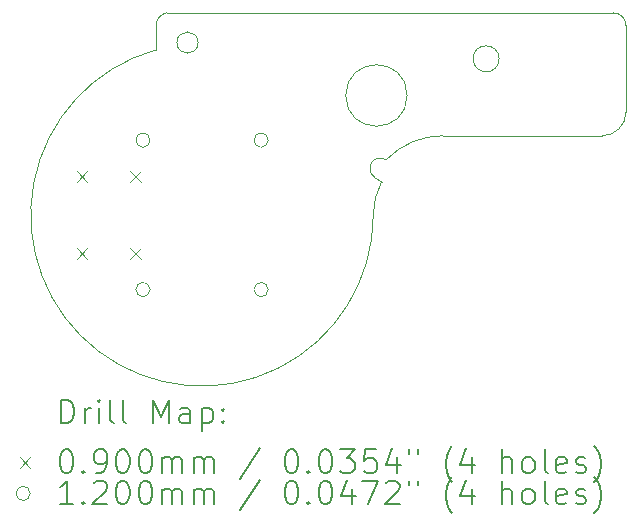
<source format=gbr>
%TF.GenerationSoftware,KiCad,Pcbnew,7.0.6*%
%TF.CreationDate,2023-11-08T16:20:16-08:00*%
%TF.ProjectId,UGC_SubStick,5547435f-5375-4625-9374-69636b2e6b69,rev?*%
%TF.SameCoordinates,Original*%
%TF.FileFunction,Drillmap*%
%TF.FilePolarity,Positive*%
%FSLAX45Y45*%
G04 Gerber Fmt 4.5, Leading zero omitted, Abs format (unit mm)*
G04 Created by KiCad (PCBNEW 7.0.6) date 2023-11-08 16:20:16*
%MOMM*%
%LPD*%
G01*
G04 APERTURE LIST*
%ADD10C,0.100000*%
%ADD11C,0.200000*%
%ADD12C,0.090000*%
%ADD13C,0.120000*%
G04 APERTURE END LIST*
D10*
X24332077Y-13584767D02*
G75*
G03*
X26172077Y-14981334I389973J-1396603D01*
G01*
X24332077Y-13381334D02*
X24332077Y-13584766D01*
X28311303Y-14111358D02*
X28311303Y-13378061D01*
X24688992Y-13523334D02*
G75*
G03*
X24688992Y-13523334I-90000J0D01*
G01*
X28111311Y-14311363D02*
G75*
G03*
X28311303Y-14111358I-11J200003D01*
G01*
X26762070Y-14311411D02*
X28111311Y-14311358D01*
X26242616Y-14701654D02*
G75*
G03*
X26172077Y-14981334I519484J-279756D01*
G01*
X26458993Y-13970834D02*
G75*
G03*
X26458993Y-13970834I-260000J0D01*
G01*
X26281020Y-14515080D02*
G75*
G03*
X26181736Y-14660590I-50030J-72490D01*
G01*
X26242617Y-14701655D02*
X26181736Y-14660590D01*
X24423993Y-13270444D02*
G75*
G03*
X24332077Y-13381334I20927J-110886D01*
G01*
X27237200Y-13660120D02*
G75*
G03*
X27237200Y-13660120I-110000J0D01*
G01*
X26762070Y-14311409D02*
G75*
G03*
X26281021Y-14515079I30J-670001D01*
G01*
X28204865Y-13270734D02*
X24423993Y-13270445D01*
X28311300Y-13378061D02*
G75*
G03*
X28204865Y-13270734I-107330J1D01*
G01*
D11*
D12*
X23662051Y-14611367D02*
X23752051Y-14701367D01*
X23752051Y-14611367D02*
X23662051Y-14701367D01*
X23662051Y-15261367D02*
X23752051Y-15351367D01*
X23752051Y-15261367D02*
X23662051Y-15351367D01*
X24112051Y-14611367D02*
X24202051Y-14701367D01*
X24202051Y-14611367D02*
X24112051Y-14701367D01*
X24112051Y-15261367D02*
X24202051Y-15351367D01*
X24202051Y-15261367D02*
X24112051Y-15351367D01*
D13*
X24282051Y-14348867D02*
G75*
G03*
X24282051Y-14348867I-60000J0D01*
G01*
X24282051Y-15613867D02*
G75*
G03*
X24282051Y-15613867I-60000J0D01*
G01*
X25282051Y-14348867D02*
G75*
G03*
X25282051Y-14348867I-60000J0D01*
G01*
X25282051Y-15613867D02*
G75*
G03*
X25282051Y-15613867I-60000J0D01*
G01*
D11*
X23527799Y-16747881D02*
X23527799Y-16547881D01*
X23527799Y-16547881D02*
X23575418Y-16547881D01*
X23575418Y-16547881D02*
X23603990Y-16557405D01*
X23603990Y-16557405D02*
X23623038Y-16576452D01*
X23623038Y-16576452D02*
X23632561Y-16595500D01*
X23632561Y-16595500D02*
X23642085Y-16633595D01*
X23642085Y-16633595D02*
X23642085Y-16662167D01*
X23642085Y-16662167D02*
X23632561Y-16700262D01*
X23632561Y-16700262D02*
X23623038Y-16719310D01*
X23623038Y-16719310D02*
X23603990Y-16738357D01*
X23603990Y-16738357D02*
X23575418Y-16747881D01*
X23575418Y-16747881D02*
X23527799Y-16747881D01*
X23727799Y-16747881D02*
X23727799Y-16614548D01*
X23727799Y-16652643D02*
X23737323Y-16633595D01*
X23737323Y-16633595D02*
X23746847Y-16624071D01*
X23746847Y-16624071D02*
X23765895Y-16614548D01*
X23765895Y-16614548D02*
X23784942Y-16614548D01*
X23851609Y-16747881D02*
X23851609Y-16614548D01*
X23851609Y-16547881D02*
X23842085Y-16557405D01*
X23842085Y-16557405D02*
X23851609Y-16566929D01*
X23851609Y-16566929D02*
X23861133Y-16557405D01*
X23861133Y-16557405D02*
X23851609Y-16547881D01*
X23851609Y-16547881D02*
X23851609Y-16566929D01*
X23975418Y-16747881D02*
X23956371Y-16738357D01*
X23956371Y-16738357D02*
X23946847Y-16719310D01*
X23946847Y-16719310D02*
X23946847Y-16547881D01*
X24080180Y-16747881D02*
X24061133Y-16738357D01*
X24061133Y-16738357D02*
X24051609Y-16719310D01*
X24051609Y-16719310D02*
X24051609Y-16547881D01*
X24308752Y-16747881D02*
X24308752Y-16547881D01*
X24308752Y-16547881D02*
X24375419Y-16690738D01*
X24375419Y-16690738D02*
X24442085Y-16547881D01*
X24442085Y-16547881D02*
X24442085Y-16747881D01*
X24623038Y-16747881D02*
X24623038Y-16643119D01*
X24623038Y-16643119D02*
X24613514Y-16624071D01*
X24613514Y-16624071D02*
X24594466Y-16614548D01*
X24594466Y-16614548D02*
X24556371Y-16614548D01*
X24556371Y-16614548D02*
X24537323Y-16624071D01*
X24623038Y-16738357D02*
X24603990Y-16747881D01*
X24603990Y-16747881D02*
X24556371Y-16747881D01*
X24556371Y-16747881D02*
X24537323Y-16738357D01*
X24537323Y-16738357D02*
X24527799Y-16719310D01*
X24527799Y-16719310D02*
X24527799Y-16700262D01*
X24527799Y-16700262D02*
X24537323Y-16681214D01*
X24537323Y-16681214D02*
X24556371Y-16671691D01*
X24556371Y-16671691D02*
X24603990Y-16671691D01*
X24603990Y-16671691D02*
X24623038Y-16662167D01*
X24718276Y-16614548D02*
X24718276Y-16814548D01*
X24718276Y-16624071D02*
X24737323Y-16614548D01*
X24737323Y-16614548D02*
X24775419Y-16614548D01*
X24775419Y-16614548D02*
X24794466Y-16624071D01*
X24794466Y-16624071D02*
X24803990Y-16633595D01*
X24803990Y-16633595D02*
X24813514Y-16652643D01*
X24813514Y-16652643D02*
X24813514Y-16709786D01*
X24813514Y-16709786D02*
X24803990Y-16728833D01*
X24803990Y-16728833D02*
X24794466Y-16738357D01*
X24794466Y-16738357D02*
X24775419Y-16747881D01*
X24775419Y-16747881D02*
X24737323Y-16747881D01*
X24737323Y-16747881D02*
X24718276Y-16738357D01*
X24899228Y-16728833D02*
X24908752Y-16738357D01*
X24908752Y-16738357D02*
X24899228Y-16747881D01*
X24899228Y-16747881D02*
X24889704Y-16738357D01*
X24889704Y-16738357D02*
X24899228Y-16728833D01*
X24899228Y-16728833D02*
X24899228Y-16747881D01*
X24899228Y-16624071D02*
X24908752Y-16633595D01*
X24908752Y-16633595D02*
X24899228Y-16643119D01*
X24899228Y-16643119D02*
X24889704Y-16633595D01*
X24889704Y-16633595D02*
X24899228Y-16624071D01*
X24899228Y-16624071D02*
X24899228Y-16643119D01*
D12*
X23177023Y-17031397D02*
X23267023Y-17121397D01*
X23267023Y-17031397D02*
X23177023Y-17121397D01*
D11*
X23565895Y-16967881D02*
X23584942Y-16967881D01*
X23584942Y-16967881D02*
X23603990Y-16977405D01*
X23603990Y-16977405D02*
X23613514Y-16986929D01*
X23613514Y-16986929D02*
X23623038Y-17005976D01*
X23623038Y-17005976D02*
X23632561Y-17044072D01*
X23632561Y-17044072D02*
X23632561Y-17091691D01*
X23632561Y-17091691D02*
X23623038Y-17129786D01*
X23623038Y-17129786D02*
X23613514Y-17148833D01*
X23613514Y-17148833D02*
X23603990Y-17158357D01*
X23603990Y-17158357D02*
X23584942Y-17167881D01*
X23584942Y-17167881D02*
X23565895Y-17167881D01*
X23565895Y-17167881D02*
X23546847Y-17158357D01*
X23546847Y-17158357D02*
X23537323Y-17148833D01*
X23537323Y-17148833D02*
X23527799Y-17129786D01*
X23527799Y-17129786D02*
X23518276Y-17091691D01*
X23518276Y-17091691D02*
X23518276Y-17044072D01*
X23518276Y-17044072D02*
X23527799Y-17005976D01*
X23527799Y-17005976D02*
X23537323Y-16986929D01*
X23537323Y-16986929D02*
X23546847Y-16977405D01*
X23546847Y-16977405D02*
X23565895Y-16967881D01*
X23718276Y-17148833D02*
X23727799Y-17158357D01*
X23727799Y-17158357D02*
X23718276Y-17167881D01*
X23718276Y-17167881D02*
X23708752Y-17158357D01*
X23708752Y-17158357D02*
X23718276Y-17148833D01*
X23718276Y-17148833D02*
X23718276Y-17167881D01*
X23823038Y-17167881D02*
X23861133Y-17167881D01*
X23861133Y-17167881D02*
X23880180Y-17158357D01*
X23880180Y-17158357D02*
X23889704Y-17148833D01*
X23889704Y-17148833D02*
X23908752Y-17120262D01*
X23908752Y-17120262D02*
X23918276Y-17082167D01*
X23918276Y-17082167D02*
X23918276Y-17005976D01*
X23918276Y-17005976D02*
X23908752Y-16986929D01*
X23908752Y-16986929D02*
X23899228Y-16977405D01*
X23899228Y-16977405D02*
X23880180Y-16967881D01*
X23880180Y-16967881D02*
X23842085Y-16967881D01*
X23842085Y-16967881D02*
X23823038Y-16977405D01*
X23823038Y-16977405D02*
X23813514Y-16986929D01*
X23813514Y-16986929D02*
X23803990Y-17005976D01*
X23803990Y-17005976D02*
X23803990Y-17053595D01*
X23803990Y-17053595D02*
X23813514Y-17072643D01*
X23813514Y-17072643D02*
X23823038Y-17082167D01*
X23823038Y-17082167D02*
X23842085Y-17091691D01*
X23842085Y-17091691D02*
X23880180Y-17091691D01*
X23880180Y-17091691D02*
X23899228Y-17082167D01*
X23899228Y-17082167D02*
X23908752Y-17072643D01*
X23908752Y-17072643D02*
X23918276Y-17053595D01*
X24042085Y-16967881D02*
X24061133Y-16967881D01*
X24061133Y-16967881D02*
X24080180Y-16977405D01*
X24080180Y-16977405D02*
X24089704Y-16986929D01*
X24089704Y-16986929D02*
X24099228Y-17005976D01*
X24099228Y-17005976D02*
X24108752Y-17044072D01*
X24108752Y-17044072D02*
X24108752Y-17091691D01*
X24108752Y-17091691D02*
X24099228Y-17129786D01*
X24099228Y-17129786D02*
X24089704Y-17148833D01*
X24089704Y-17148833D02*
X24080180Y-17158357D01*
X24080180Y-17158357D02*
X24061133Y-17167881D01*
X24061133Y-17167881D02*
X24042085Y-17167881D01*
X24042085Y-17167881D02*
X24023038Y-17158357D01*
X24023038Y-17158357D02*
X24013514Y-17148833D01*
X24013514Y-17148833D02*
X24003990Y-17129786D01*
X24003990Y-17129786D02*
X23994466Y-17091691D01*
X23994466Y-17091691D02*
X23994466Y-17044072D01*
X23994466Y-17044072D02*
X24003990Y-17005976D01*
X24003990Y-17005976D02*
X24013514Y-16986929D01*
X24013514Y-16986929D02*
X24023038Y-16977405D01*
X24023038Y-16977405D02*
X24042085Y-16967881D01*
X24232561Y-16967881D02*
X24251609Y-16967881D01*
X24251609Y-16967881D02*
X24270657Y-16977405D01*
X24270657Y-16977405D02*
X24280180Y-16986929D01*
X24280180Y-16986929D02*
X24289704Y-17005976D01*
X24289704Y-17005976D02*
X24299228Y-17044072D01*
X24299228Y-17044072D02*
X24299228Y-17091691D01*
X24299228Y-17091691D02*
X24289704Y-17129786D01*
X24289704Y-17129786D02*
X24280180Y-17148833D01*
X24280180Y-17148833D02*
X24270657Y-17158357D01*
X24270657Y-17158357D02*
X24251609Y-17167881D01*
X24251609Y-17167881D02*
X24232561Y-17167881D01*
X24232561Y-17167881D02*
X24213514Y-17158357D01*
X24213514Y-17158357D02*
X24203990Y-17148833D01*
X24203990Y-17148833D02*
X24194466Y-17129786D01*
X24194466Y-17129786D02*
X24184942Y-17091691D01*
X24184942Y-17091691D02*
X24184942Y-17044072D01*
X24184942Y-17044072D02*
X24194466Y-17005976D01*
X24194466Y-17005976D02*
X24203990Y-16986929D01*
X24203990Y-16986929D02*
X24213514Y-16977405D01*
X24213514Y-16977405D02*
X24232561Y-16967881D01*
X24384942Y-17167881D02*
X24384942Y-17034548D01*
X24384942Y-17053595D02*
X24394466Y-17044072D01*
X24394466Y-17044072D02*
X24413514Y-17034548D01*
X24413514Y-17034548D02*
X24442085Y-17034548D01*
X24442085Y-17034548D02*
X24461133Y-17044072D01*
X24461133Y-17044072D02*
X24470657Y-17063119D01*
X24470657Y-17063119D02*
X24470657Y-17167881D01*
X24470657Y-17063119D02*
X24480180Y-17044072D01*
X24480180Y-17044072D02*
X24499228Y-17034548D01*
X24499228Y-17034548D02*
X24527799Y-17034548D01*
X24527799Y-17034548D02*
X24546847Y-17044072D01*
X24546847Y-17044072D02*
X24556371Y-17063119D01*
X24556371Y-17063119D02*
X24556371Y-17167881D01*
X24651609Y-17167881D02*
X24651609Y-17034548D01*
X24651609Y-17053595D02*
X24661133Y-17044072D01*
X24661133Y-17044072D02*
X24680180Y-17034548D01*
X24680180Y-17034548D02*
X24708752Y-17034548D01*
X24708752Y-17034548D02*
X24727800Y-17044072D01*
X24727800Y-17044072D02*
X24737323Y-17063119D01*
X24737323Y-17063119D02*
X24737323Y-17167881D01*
X24737323Y-17063119D02*
X24746847Y-17044072D01*
X24746847Y-17044072D02*
X24765895Y-17034548D01*
X24765895Y-17034548D02*
X24794466Y-17034548D01*
X24794466Y-17034548D02*
X24813514Y-17044072D01*
X24813514Y-17044072D02*
X24823038Y-17063119D01*
X24823038Y-17063119D02*
X24823038Y-17167881D01*
X25213514Y-16958357D02*
X25042085Y-17215500D01*
X25470657Y-16967881D02*
X25489704Y-16967881D01*
X25489704Y-16967881D02*
X25508752Y-16977405D01*
X25508752Y-16977405D02*
X25518276Y-16986929D01*
X25518276Y-16986929D02*
X25527800Y-17005976D01*
X25527800Y-17005976D02*
X25537323Y-17044072D01*
X25537323Y-17044072D02*
X25537323Y-17091691D01*
X25537323Y-17091691D02*
X25527800Y-17129786D01*
X25527800Y-17129786D02*
X25518276Y-17148833D01*
X25518276Y-17148833D02*
X25508752Y-17158357D01*
X25508752Y-17158357D02*
X25489704Y-17167881D01*
X25489704Y-17167881D02*
X25470657Y-17167881D01*
X25470657Y-17167881D02*
X25451609Y-17158357D01*
X25451609Y-17158357D02*
X25442085Y-17148833D01*
X25442085Y-17148833D02*
X25432562Y-17129786D01*
X25432562Y-17129786D02*
X25423038Y-17091691D01*
X25423038Y-17091691D02*
X25423038Y-17044072D01*
X25423038Y-17044072D02*
X25432562Y-17005976D01*
X25432562Y-17005976D02*
X25442085Y-16986929D01*
X25442085Y-16986929D02*
X25451609Y-16977405D01*
X25451609Y-16977405D02*
X25470657Y-16967881D01*
X25623038Y-17148833D02*
X25632562Y-17158357D01*
X25632562Y-17158357D02*
X25623038Y-17167881D01*
X25623038Y-17167881D02*
X25613514Y-17158357D01*
X25613514Y-17158357D02*
X25623038Y-17148833D01*
X25623038Y-17148833D02*
X25623038Y-17167881D01*
X25756371Y-16967881D02*
X25775419Y-16967881D01*
X25775419Y-16967881D02*
X25794466Y-16977405D01*
X25794466Y-16977405D02*
X25803990Y-16986929D01*
X25803990Y-16986929D02*
X25813514Y-17005976D01*
X25813514Y-17005976D02*
X25823038Y-17044072D01*
X25823038Y-17044072D02*
X25823038Y-17091691D01*
X25823038Y-17091691D02*
X25813514Y-17129786D01*
X25813514Y-17129786D02*
X25803990Y-17148833D01*
X25803990Y-17148833D02*
X25794466Y-17158357D01*
X25794466Y-17158357D02*
X25775419Y-17167881D01*
X25775419Y-17167881D02*
X25756371Y-17167881D01*
X25756371Y-17167881D02*
X25737323Y-17158357D01*
X25737323Y-17158357D02*
X25727800Y-17148833D01*
X25727800Y-17148833D02*
X25718276Y-17129786D01*
X25718276Y-17129786D02*
X25708752Y-17091691D01*
X25708752Y-17091691D02*
X25708752Y-17044072D01*
X25708752Y-17044072D02*
X25718276Y-17005976D01*
X25718276Y-17005976D02*
X25727800Y-16986929D01*
X25727800Y-16986929D02*
X25737323Y-16977405D01*
X25737323Y-16977405D02*
X25756371Y-16967881D01*
X25889704Y-16967881D02*
X26013514Y-16967881D01*
X26013514Y-16967881D02*
X25946847Y-17044072D01*
X25946847Y-17044072D02*
X25975419Y-17044072D01*
X25975419Y-17044072D02*
X25994466Y-17053595D01*
X25994466Y-17053595D02*
X26003990Y-17063119D01*
X26003990Y-17063119D02*
X26013514Y-17082167D01*
X26013514Y-17082167D02*
X26013514Y-17129786D01*
X26013514Y-17129786D02*
X26003990Y-17148833D01*
X26003990Y-17148833D02*
X25994466Y-17158357D01*
X25994466Y-17158357D02*
X25975419Y-17167881D01*
X25975419Y-17167881D02*
X25918276Y-17167881D01*
X25918276Y-17167881D02*
X25899228Y-17158357D01*
X25899228Y-17158357D02*
X25889704Y-17148833D01*
X26194466Y-16967881D02*
X26099228Y-16967881D01*
X26099228Y-16967881D02*
X26089704Y-17063119D01*
X26089704Y-17063119D02*
X26099228Y-17053595D01*
X26099228Y-17053595D02*
X26118276Y-17044072D01*
X26118276Y-17044072D02*
X26165895Y-17044072D01*
X26165895Y-17044072D02*
X26184943Y-17053595D01*
X26184943Y-17053595D02*
X26194466Y-17063119D01*
X26194466Y-17063119D02*
X26203990Y-17082167D01*
X26203990Y-17082167D02*
X26203990Y-17129786D01*
X26203990Y-17129786D02*
X26194466Y-17148833D01*
X26194466Y-17148833D02*
X26184943Y-17158357D01*
X26184943Y-17158357D02*
X26165895Y-17167881D01*
X26165895Y-17167881D02*
X26118276Y-17167881D01*
X26118276Y-17167881D02*
X26099228Y-17158357D01*
X26099228Y-17158357D02*
X26089704Y-17148833D01*
X26375419Y-17034548D02*
X26375419Y-17167881D01*
X26327800Y-16958357D02*
X26280181Y-17101214D01*
X26280181Y-17101214D02*
X26403990Y-17101214D01*
X26470657Y-16967881D02*
X26470657Y-17005976D01*
X26546847Y-16967881D02*
X26546847Y-17005976D01*
X26842086Y-17244072D02*
X26832562Y-17234548D01*
X26832562Y-17234548D02*
X26813514Y-17205976D01*
X26813514Y-17205976D02*
X26803990Y-17186929D01*
X26803990Y-17186929D02*
X26794466Y-17158357D01*
X26794466Y-17158357D02*
X26784943Y-17110738D01*
X26784943Y-17110738D02*
X26784943Y-17072643D01*
X26784943Y-17072643D02*
X26794466Y-17025024D01*
X26794466Y-17025024D02*
X26803990Y-16996453D01*
X26803990Y-16996453D02*
X26813514Y-16977405D01*
X26813514Y-16977405D02*
X26832562Y-16948833D01*
X26832562Y-16948833D02*
X26842086Y-16939310D01*
X27003990Y-17034548D02*
X27003990Y-17167881D01*
X26956371Y-16958357D02*
X26908752Y-17101214D01*
X26908752Y-17101214D02*
X27032562Y-17101214D01*
X27261133Y-17167881D02*
X27261133Y-16967881D01*
X27346847Y-17167881D02*
X27346847Y-17063119D01*
X27346847Y-17063119D02*
X27337324Y-17044072D01*
X27337324Y-17044072D02*
X27318276Y-17034548D01*
X27318276Y-17034548D02*
X27289705Y-17034548D01*
X27289705Y-17034548D02*
X27270657Y-17044072D01*
X27270657Y-17044072D02*
X27261133Y-17053595D01*
X27470657Y-17167881D02*
X27451609Y-17158357D01*
X27451609Y-17158357D02*
X27442086Y-17148833D01*
X27442086Y-17148833D02*
X27432562Y-17129786D01*
X27432562Y-17129786D02*
X27432562Y-17072643D01*
X27432562Y-17072643D02*
X27442086Y-17053595D01*
X27442086Y-17053595D02*
X27451609Y-17044072D01*
X27451609Y-17044072D02*
X27470657Y-17034548D01*
X27470657Y-17034548D02*
X27499228Y-17034548D01*
X27499228Y-17034548D02*
X27518276Y-17044072D01*
X27518276Y-17044072D02*
X27527800Y-17053595D01*
X27527800Y-17053595D02*
X27537324Y-17072643D01*
X27537324Y-17072643D02*
X27537324Y-17129786D01*
X27537324Y-17129786D02*
X27527800Y-17148833D01*
X27527800Y-17148833D02*
X27518276Y-17158357D01*
X27518276Y-17158357D02*
X27499228Y-17167881D01*
X27499228Y-17167881D02*
X27470657Y-17167881D01*
X27651609Y-17167881D02*
X27632562Y-17158357D01*
X27632562Y-17158357D02*
X27623038Y-17139310D01*
X27623038Y-17139310D02*
X27623038Y-16967881D01*
X27803990Y-17158357D02*
X27784943Y-17167881D01*
X27784943Y-17167881D02*
X27746847Y-17167881D01*
X27746847Y-17167881D02*
X27727800Y-17158357D01*
X27727800Y-17158357D02*
X27718276Y-17139310D01*
X27718276Y-17139310D02*
X27718276Y-17063119D01*
X27718276Y-17063119D02*
X27727800Y-17044072D01*
X27727800Y-17044072D02*
X27746847Y-17034548D01*
X27746847Y-17034548D02*
X27784943Y-17034548D01*
X27784943Y-17034548D02*
X27803990Y-17044072D01*
X27803990Y-17044072D02*
X27813514Y-17063119D01*
X27813514Y-17063119D02*
X27813514Y-17082167D01*
X27813514Y-17082167D02*
X27718276Y-17101214D01*
X27889705Y-17158357D02*
X27908752Y-17167881D01*
X27908752Y-17167881D02*
X27946847Y-17167881D01*
X27946847Y-17167881D02*
X27965895Y-17158357D01*
X27965895Y-17158357D02*
X27975419Y-17139310D01*
X27975419Y-17139310D02*
X27975419Y-17129786D01*
X27975419Y-17129786D02*
X27965895Y-17110738D01*
X27965895Y-17110738D02*
X27946847Y-17101214D01*
X27946847Y-17101214D02*
X27918276Y-17101214D01*
X27918276Y-17101214D02*
X27899228Y-17091691D01*
X27899228Y-17091691D02*
X27889705Y-17072643D01*
X27889705Y-17072643D02*
X27889705Y-17063119D01*
X27889705Y-17063119D02*
X27899228Y-17044072D01*
X27899228Y-17044072D02*
X27918276Y-17034548D01*
X27918276Y-17034548D02*
X27946847Y-17034548D01*
X27946847Y-17034548D02*
X27965895Y-17044072D01*
X28042086Y-17244072D02*
X28051609Y-17234548D01*
X28051609Y-17234548D02*
X28070657Y-17205976D01*
X28070657Y-17205976D02*
X28080181Y-17186929D01*
X28080181Y-17186929D02*
X28089705Y-17158357D01*
X28089705Y-17158357D02*
X28099228Y-17110738D01*
X28099228Y-17110738D02*
X28099228Y-17072643D01*
X28099228Y-17072643D02*
X28089705Y-17025024D01*
X28089705Y-17025024D02*
X28080181Y-16996453D01*
X28080181Y-16996453D02*
X28070657Y-16977405D01*
X28070657Y-16977405D02*
X28051609Y-16948833D01*
X28051609Y-16948833D02*
X28042086Y-16939310D01*
D13*
X23267023Y-17340397D02*
G75*
G03*
X23267023Y-17340397I-60000J0D01*
G01*
D11*
X23632561Y-17431881D02*
X23518276Y-17431881D01*
X23575418Y-17431881D02*
X23575418Y-17231881D01*
X23575418Y-17231881D02*
X23556371Y-17260453D01*
X23556371Y-17260453D02*
X23537323Y-17279500D01*
X23537323Y-17279500D02*
X23518276Y-17289024D01*
X23718276Y-17412833D02*
X23727799Y-17422357D01*
X23727799Y-17422357D02*
X23718276Y-17431881D01*
X23718276Y-17431881D02*
X23708752Y-17422357D01*
X23708752Y-17422357D02*
X23718276Y-17412833D01*
X23718276Y-17412833D02*
X23718276Y-17431881D01*
X23803990Y-17250929D02*
X23813514Y-17241405D01*
X23813514Y-17241405D02*
X23832561Y-17231881D01*
X23832561Y-17231881D02*
X23880180Y-17231881D01*
X23880180Y-17231881D02*
X23899228Y-17241405D01*
X23899228Y-17241405D02*
X23908752Y-17250929D01*
X23908752Y-17250929D02*
X23918276Y-17269976D01*
X23918276Y-17269976D02*
X23918276Y-17289024D01*
X23918276Y-17289024D02*
X23908752Y-17317595D01*
X23908752Y-17317595D02*
X23794466Y-17431881D01*
X23794466Y-17431881D02*
X23918276Y-17431881D01*
X24042085Y-17231881D02*
X24061133Y-17231881D01*
X24061133Y-17231881D02*
X24080180Y-17241405D01*
X24080180Y-17241405D02*
X24089704Y-17250929D01*
X24089704Y-17250929D02*
X24099228Y-17269976D01*
X24099228Y-17269976D02*
X24108752Y-17308072D01*
X24108752Y-17308072D02*
X24108752Y-17355691D01*
X24108752Y-17355691D02*
X24099228Y-17393786D01*
X24099228Y-17393786D02*
X24089704Y-17412833D01*
X24089704Y-17412833D02*
X24080180Y-17422357D01*
X24080180Y-17422357D02*
X24061133Y-17431881D01*
X24061133Y-17431881D02*
X24042085Y-17431881D01*
X24042085Y-17431881D02*
X24023038Y-17422357D01*
X24023038Y-17422357D02*
X24013514Y-17412833D01*
X24013514Y-17412833D02*
X24003990Y-17393786D01*
X24003990Y-17393786D02*
X23994466Y-17355691D01*
X23994466Y-17355691D02*
X23994466Y-17308072D01*
X23994466Y-17308072D02*
X24003990Y-17269976D01*
X24003990Y-17269976D02*
X24013514Y-17250929D01*
X24013514Y-17250929D02*
X24023038Y-17241405D01*
X24023038Y-17241405D02*
X24042085Y-17231881D01*
X24232561Y-17231881D02*
X24251609Y-17231881D01*
X24251609Y-17231881D02*
X24270657Y-17241405D01*
X24270657Y-17241405D02*
X24280180Y-17250929D01*
X24280180Y-17250929D02*
X24289704Y-17269976D01*
X24289704Y-17269976D02*
X24299228Y-17308072D01*
X24299228Y-17308072D02*
X24299228Y-17355691D01*
X24299228Y-17355691D02*
X24289704Y-17393786D01*
X24289704Y-17393786D02*
X24280180Y-17412833D01*
X24280180Y-17412833D02*
X24270657Y-17422357D01*
X24270657Y-17422357D02*
X24251609Y-17431881D01*
X24251609Y-17431881D02*
X24232561Y-17431881D01*
X24232561Y-17431881D02*
X24213514Y-17422357D01*
X24213514Y-17422357D02*
X24203990Y-17412833D01*
X24203990Y-17412833D02*
X24194466Y-17393786D01*
X24194466Y-17393786D02*
X24184942Y-17355691D01*
X24184942Y-17355691D02*
X24184942Y-17308072D01*
X24184942Y-17308072D02*
X24194466Y-17269976D01*
X24194466Y-17269976D02*
X24203990Y-17250929D01*
X24203990Y-17250929D02*
X24213514Y-17241405D01*
X24213514Y-17241405D02*
X24232561Y-17231881D01*
X24384942Y-17431881D02*
X24384942Y-17298548D01*
X24384942Y-17317595D02*
X24394466Y-17308072D01*
X24394466Y-17308072D02*
X24413514Y-17298548D01*
X24413514Y-17298548D02*
X24442085Y-17298548D01*
X24442085Y-17298548D02*
X24461133Y-17308072D01*
X24461133Y-17308072D02*
X24470657Y-17327119D01*
X24470657Y-17327119D02*
X24470657Y-17431881D01*
X24470657Y-17327119D02*
X24480180Y-17308072D01*
X24480180Y-17308072D02*
X24499228Y-17298548D01*
X24499228Y-17298548D02*
X24527799Y-17298548D01*
X24527799Y-17298548D02*
X24546847Y-17308072D01*
X24546847Y-17308072D02*
X24556371Y-17327119D01*
X24556371Y-17327119D02*
X24556371Y-17431881D01*
X24651609Y-17431881D02*
X24651609Y-17298548D01*
X24651609Y-17317595D02*
X24661133Y-17308072D01*
X24661133Y-17308072D02*
X24680180Y-17298548D01*
X24680180Y-17298548D02*
X24708752Y-17298548D01*
X24708752Y-17298548D02*
X24727800Y-17308072D01*
X24727800Y-17308072D02*
X24737323Y-17327119D01*
X24737323Y-17327119D02*
X24737323Y-17431881D01*
X24737323Y-17327119D02*
X24746847Y-17308072D01*
X24746847Y-17308072D02*
X24765895Y-17298548D01*
X24765895Y-17298548D02*
X24794466Y-17298548D01*
X24794466Y-17298548D02*
X24813514Y-17308072D01*
X24813514Y-17308072D02*
X24823038Y-17327119D01*
X24823038Y-17327119D02*
X24823038Y-17431881D01*
X25213514Y-17222357D02*
X25042085Y-17479500D01*
X25470657Y-17231881D02*
X25489704Y-17231881D01*
X25489704Y-17231881D02*
X25508752Y-17241405D01*
X25508752Y-17241405D02*
X25518276Y-17250929D01*
X25518276Y-17250929D02*
X25527800Y-17269976D01*
X25527800Y-17269976D02*
X25537323Y-17308072D01*
X25537323Y-17308072D02*
X25537323Y-17355691D01*
X25537323Y-17355691D02*
X25527800Y-17393786D01*
X25527800Y-17393786D02*
X25518276Y-17412833D01*
X25518276Y-17412833D02*
X25508752Y-17422357D01*
X25508752Y-17422357D02*
X25489704Y-17431881D01*
X25489704Y-17431881D02*
X25470657Y-17431881D01*
X25470657Y-17431881D02*
X25451609Y-17422357D01*
X25451609Y-17422357D02*
X25442085Y-17412833D01*
X25442085Y-17412833D02*
X25432562Y-17393786D01*
X25432562Y-17393786D02*
X25423038Y-17355691D01*
X25423038Y-17355691D02*
X25423038Y-17308072D01*
X25423038Y-17308072D02*
X25432562Y-17269976D01*
X25432562Y-17269976D02*
X25442085Y-17250929D01*
X25442085Y-17250929D02*
X25451609Y-17241405D01*
X25451609Y-17241405D02*
X25470657Y-17231881D01*
X25623038Y-17412833D02*
X25632562Y-17422357D01*
X25632562Y-17422357D02*
X25623038Y-17431881D01*
X25623038Y-17431881D02*
X25613514Y-17422357D01*
X25613514Y-17422357D02*
X25623038Y-17412833D01*
X25623038Y-17412833D02*
X25623038Y-17431881D01*
X25756371Y-17231881D02*
X25775419Y-17231881D01*
X25775419Y-17231881D02*
X25794466Y-17241405D01*
X25794466Y-17241405D02*
X25803990Y-17250929D01*
X25803990Y-17250929D02*
X25813514Y-17269976D01*
X25813514Y-17269976D02*
X25823038Y-17308072D01*
X25823038Y-17308072D02*
X25823038Y-17355691D01*
X25823038Y-17355691D02*
X25813514Y-17393786D01*
X25813514Y-17393786D02*
X25803990Y-17412833D01*
X25803990Y-17412833D02*
X25794466Y-17422357D01*
X25794466Y-17422357D02*
X25775419Y-17431881D01*
X25775419Y-17431881D02*
X25756371Y-17431881D01*
X25756371Y-17431881D02*
X25737323Y-17422357D01*
X25737323Y-17422357D02*
X25727800Y-17412833D01*
X25727800Y-17412833D02*
X25718276Y-17393786D01*
X25718276Y-17393786D02*
X25708752Y-17355691D01*
X25708752Y-17355691D02*
X25708752Y-17308072D01*
X25708752Y-17308072D02*
X25718276Y-17269976D01*
X25718276Y-17269976D02*
X25727800Y-17250929D01*
X25727800Y-17250929D02*
X25737323Y-17241405D01*
X25737323Y-17241405D02*
X25756371Y-17231881D01*
X25994466Y-17298548D02*
X25994466Y-17431881D01*
X25946847Y-17222357D02*
X25899228Y-17365214D01*
X25899228Y-17365214D02*
X26023038Y-17365214D01*
X26080181Y-17231881D02*
X26213514Y-17231881D01*
X26213514Y-17231881D02*
X26127800Y-17431881D01*
X26280181Y-17250929D02*
X26289704Y-17241405D01*
X26289704Y-17241405D02*
X26308752Y-17231881D01*
X26308752Y-17231881D02*
X26356371Y-17231881D01*
X26356371Y-17231881D02*
X26375419Y-17241405D01*
X26375419Y-17241405D02*
X26384943Y-17250929D01*
X26384943Y-17250929D02*
X26394466Y-17269976D01*
X26394466Y-17269976D02*
X26394466Y-17289024D01*
X26394466Y-17289024D02*
X26384943Y-17317595D01*
X26384943Y-17317595D02*
X26270657Y-17431881D01*
X26270657Y-17431881D02*
X26394466Y-17431881D01*
X26470657Y-17231881D02*
X26470657Y-17269976D01*
X26546847Y-17231881D02*
X26546847Y-17269976D01*
X26842086Y-17508072D02*
X26832562Y-17498548D01*
X26832562Y-17498548D02*
X26813514Y-17469976D01*
X26813514Y-17469976D02*
X26803990Y-17450929D01*
X26803990Y-17450929D02*
X26794466Y-17422357D01*
X26794466Y-17422357D02*
X26784943Y-17374738D01*
X26784943Y-17374738D02*
X26784943Y-17336643D01*
X26784943Y-17336643D02*
X26794466Y-17289024D01*
X26794466Y-17289024D02*
X26803990Y-17260453D01*
X26803990Y-17260453D02*
X26813514Y-17241405D01*
X26813514Y-17241405D02*
X26832562Y-17212833D01*
X26832562Y-17212833D02*
X26842086Y-17203310D01*
X27003990Y-17298548D02*
X27003990Y-17431881D01*
X26956371Y-17222357D02*
X26908752Y-17365214D01*
X26908752Y-17365214D02*
X27032562Y-17365214D01*
X27261133Y-17431881D02*
X27261133Y-17231881D01*
X27346847Y-17431881D02*
X27346847Y-17327119D01*
X27346847Y-17327119D02*
X27337324Y-17308072D01*
X27337324Y-17308072D02*
X27318276Y-17298548D01*
X27318276Y-17298548D02*
X27289705Y-17298548D01*
X27289705Y-17298548D02*
X27270657Y-17308072D01*
X27270657Y-17308072D02*
X27261133Y-17317595D01*
X27470657Y-17431881D02*
X27451609Y-17422357D01*
X27451609Y-17422357D02*
X27442086Y-17412833D01*
X27442086Y-17412833D02*
X27432562Y-17393786D01*
X27432562Y-17393786D02*
X27432562Y-17336643D01*
X27432562Y-17336643D02*
X27442086Y-17317595D01*
X27442086Y-17317595D02*
X27451609Y-17308072D01*
X27451609Y-17308072D02*
X27470657Y-17298548D01*
X27470657Y-17298548D02*
X27499228Y-17298548D01*
X27499228Y-17298548D02*
X27518276Y-17308072D01*
X27518276Y-17308072D02*
X27527800Y-17317595D01*
X27527800Y-17317595D02*
X27537324Y-17336643D01*
X27537324Y-17336643D02*
X27537324Y-17393786D01*
X27537324Y-17393786D02*
X27527800Y-17412833D01*
X27527800Y-17412833D02*
X27518276Y-17422357D01*
X27518276Y-17422357D02*
X27499228Y-17431881D01*
X27499228Y-17431881D02*
X27470657Y-17431881D01*
X27651609Y-17431881D02*
X27632562Y-17422357D01*
X27632562Y-17422357D02*
X27623038Y-17403310D01*
X27623038Y-17403310D02*
X27623038Y-17231881D01*
X27803990Y-17422357D02*
X27784943Y-17431881D01*
X27784943Y-17431881D02*
X27746847Y-17431881D01*
X27746847Y-17431881D02*
X27727800Y-17422357D01*
X27727800Y-17422357D02*
X27718276Y-17403310D01*
X27718276Y-17403310D02*
X27718276Y-17327119D01*
X27718276Y-17327119D02*
X27727800Y-17308072D01*
X27727800Y-17308072D02*
X27746847Y-17298548D01*
X27746847Y-17298548D02*
X27784943Y-17298548D01*
X27784943Y-17298548D02*
X27803990Y-17308072D01*
X27803990Y-17308072D02*
X27813514Y-17327119D01*
X27813514Y-17327119D02*
X27813514Y-17346167D01*
X27813514Y-17346167D02*
X27718276Y-17365214D01*
X27889705Y-17422357D02*
X27908752Y-17431881D01*
X27908752Y-17431881D02*
X27946847Y-17431881D01*
X27946847Y-17431881D02*
X27965895Y-17422357D01*
X27965895Y-17422357D02*
X27975419Y-17403310D01*
X27975419Y-17403310D02*
X27975419Y-17393786D01*
X27975419Y-17393786D02*
X27965895Y-17374738D01*
X27965895Y-17374738D02*
X27946847Y-17365214D01*
X27946847Y-17365214D02*
X27918276Y-17365214D01*
X27918276Y-17365214D02*
X27899228Y-17355691D01*
X27899228Y-17355691D02*
X27889705Y-17336643D01*
X27889705Y-17336643D02*
X27889705Y-17327119D01*
X27889705Y-17327119D02*
X27899228Y-17308072D01*
X27899228Y-17308072D02*
X27918276Y-17298548D01*
X27918276Y-17298548D02*
X27946847Y-17298548D01*
X27946847Y-17298548D02*
X27965895Y-17308072D01*
X28042086Y-17508072D02*
X28051609Y-17498548D01*
X28051609Y-17498548D02*
X28070657Y-17469976D01*
X28070657Y-17469976D02*
X28080181Y-17450929D01*
X28080181Y-17450929D02*
X28089705Y-17422357D01*
X28089705Y-17422357D02*
X28099228Y-17374738D01*
X28099228Y-17374738D02*
X28099228Y-17336643D01*
X28099228Y-17336643D02*
X28089705Y-17289024D01*
X28089705Y-17289024D02*
X28080181Y-17260453D01*
X28080181Y-17260453D02*
X28070657Y-17241405D01*
X28070657Y-17241405D02*
X28051609Y-17212833D01*
X28051609Y-17212833D02*
X28042086Y-17203310D01*
M02*

</source>
